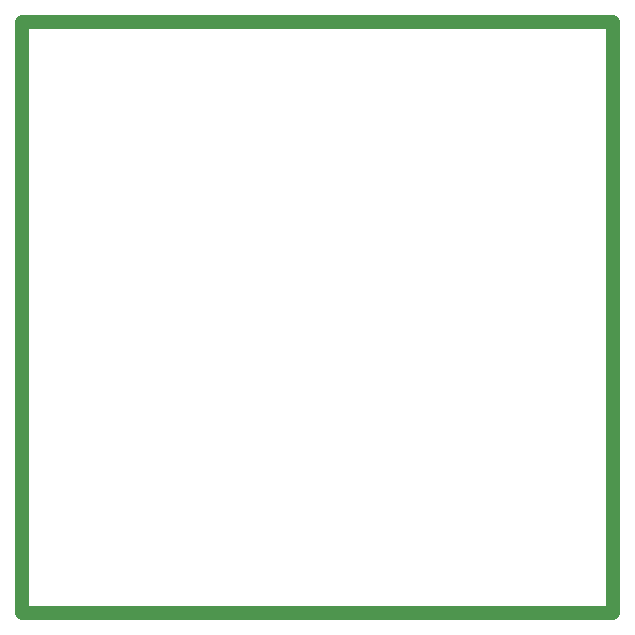
<source format=gm1>
G04 Layer_Color=16711935*
%FSLAX44Y44*%
%MOMM*%
G71*
G01*
G75*
%ADD28C,1.2000*%
D28*
X-0Y0D02*
Y500000D01*
X500000D01*
Y0D02*
Y500000D01*
X-0Y0D02*
X500000D01*
M02*

</source>
